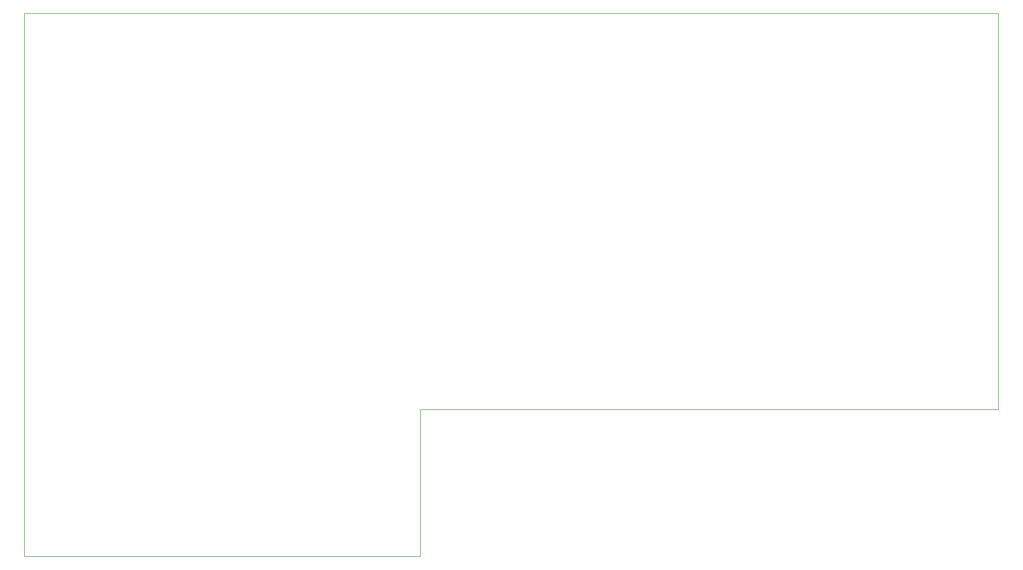
<source format=gm1>
G04 #@! TF.GenerationSoftware,KiCad,Pcbnew,(5.1.2)-2*
G04 #@! TF.CreationDate,2019-07-08T10:16:07-07:00*
G04 #@! TF.ProjectId,Prototypedesign1,50726f74-6f74-4797-9065-64657369676e,rev?*
G04 #@! TF.SameCoordinates,Original*
G04 #@! TF.FileFunction,Profile,NP*
%FSLAX46Y46*%
G04 Gerber Fmt 4.6, Leading zero omitted, Abs format (unit mm)*
G04 Created by KiCad (PCBNEW (5.1.2)-2) date 2019-07-08 10:16:07*
%MOMM*%
%LPD*%
G04 APERTURE LIST*
%ADD10C,0.050000*%
G04 APERTURE END LIST*
D10*
X177800000Y-83185000D02*
X85090000Y-83185000D01*
X177800000Y-19685000D02*
X177800000Y-83185000D01*
X21590000Y-19685000D02*
X177800000Y-19685000D01*
X85090000Y-106680000D02*
X85090000Y-83185000D01*
X21590000Y-106680000D02*
X85090000Y-106680000D01*
X21590000Y-19685000D02*
X21590000Y-106680000D01*
M02*

</source>
